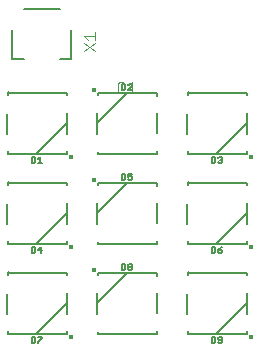
<source format=gbr>
G04 EAGLE Gerber RS-274X export*
G75*
%MOMM*%
%FSLAX34Y34*%
%LPD*%
%INSilkscreen Top*%
%IPPOS*%
%AMOC8*
5,1,8,0,0,1.08239X$1,22.5*%
G01*
%ADD10C,0.203200*%
%ADD11C,0.406400*%
%ADD12C,0.127000*%
%ADD13C,0.076200*%
%ADD14C,0.152400*%


D10*
X51308Y252222D02*
X51308Y254762D01*
X51816Y254762D01*
X51816Y254711D01*
X101321Y254711D01*
X101321Y252400D01*
X51105Y205410D02*
X51105Y202692D01*
X51613Y202692D01*
X51613Y202667D01*
X101295Y202667D01*
X101295Y204927D01*
X50800Y219710D02*
X50800Y236728D01*
X101600Y237236D02*
X101600Y228600D01*
X101600Y219964D01*
X101600Y228600D02*
X76200Y203200D01*
D11*
X104775Y200025D03*
D12*
X71222Y200029D02*
X71222Y195199D01*
X73637Y195199D01*
X74442Y196004D01*
X74442Y199224D01*
X73637Y200029D01*
X71222Y200029D01*
X76835Y198419D02*
X78445Y200029D01*
X78445Y195199D01*
X76835Y195199D02*
X80055Y195199D01*
D10*
X177292Y202438D02*
X177292Y204978D01*
X177292Y202438D02*
X176784Y202438D01*
X176784Y202489D01*
X127279Y202489D01*
X127279Y204800D01*
X177495Y251790D02*
X177495Y254508D01*
X176987Y254508D01*
X176987Y254533D01*
X127305Y254533D01*
X127305Y252273D01*
X177800Y237490D02*
X177800Y220472D01*
X127000Y219964D02*
X127000Y228600D01*
X127000Y237236D01*
X127000Y228600D02*
X152400Y254000D01*
D11*
X123825Y257175D03*
D12*
X147422Y257175D02*
X147422Y262005D01*
X147422Y257175D02*
X149837Y257175D01*
X150642Y257980D01*
X150642Y261200D01*
X149837Y262005D01*
X147422Y262005D01*
X153035Y257175D02*
X156255Y257175D01*
X153035Y257175D02*
X156255Y260395D01*
X156255Y261200D01*
X155450Y262005D01*
X153840Y262005D01*
X153035Y261200D01*
D10*
X203708Y254762D02*
X203708Y252222D01*
X203708Y254762D02*
X204216Y254762D01*
X204216Y254711D01*
X253721Y254711D01*
X253721Y252400D01*
X203505Y205410D02*
X203505Y202692D01*
X204013Y202692D01*
X204013Y202667D01*
X253695Y202667D01*
X253695Y204927D01*
X203200Y219710D02*
X203200Y236728D01*
X254000Y237236D02*
X254000Y228600D01*
X254000Y219964D01*
X254000Y228600D02*
X228600Y203200D01*
D11*
X257175Y200025D03*
D12*
X223622Y200029D02*
X223622Y195199D01*
X226037Y195199D01*
X226842Y196004D01*
X226842Y199224D01*
X226037Y200029D01*
X223622Y200029D01*
X229235Y199224D02*
X230040Y200029D01*
X231650Y200029D01*
X232455Y199224D01*
X232455Y198419D01*
X231650Y197614D01*
X230845Y197614D01*
X231650Y197614D02*
X232455Y196809D01*
X232455Y196004D01*
X231650Y195199D01*
X230040Y195199D01*
X229235Y196004D01*
D10*
X51308Y178562D02*
X51308Y176022D01*
X51308Y178562D02*
X51816Y178562D01*
X51816Y178511D01*
X101321Y178511D01*
X101321Y176200D01*
X51105Y129210D02*
X51105Y126492D01*
X51613Y126492D01*
X51613Y126467D01*
X101295Y126467D01*
X101295Y128727D01*
X50800Y143510D02*
X50800Y160528D01*
X101600Y161036D02*
X101600Y152400D01*
X101600Y143764D01*
X101600Y152400D02*
X76200Y127000D01*
D11*
X104775Y123825D03*
D12*
X71222Y123829D02*
X71222Y118999D01*
X73637Y118999D01*
X74442Y119804D01*
X74442Y123024D01*
X73637Y123829D01*
X71222Y123829D01*
X79250Y123829D02*
X79250Y118999D01*
X76835Y121414D02*
X79250Y123829D01*
X80055Y121414D02*
X76835Y121414D01*
D10*
X177292Y126238D02*
X177292Y128778D01*
X177292Y126238D02*
X176784Y126238D01*
X176784Y126289D01*
X127279Y126289D01*
X127279Y128600D01*
X177495Y175590D02*
X177495Y178308D01*
X176987Y178308D01*
X176987Y178333D01*
X127305Y178333D01*
X127305Y176073D01*
X177800Y161290D02*
X177800Y144272D01*
X127000Y143764D02*
X127000Y152400D01*
X127000Y161036D01*
X127000Y152400D02*
X152400Y177800D01*
D11*
X123825Y180975D03*
D12*
X147422Y180975D02*
X147422Y185805D01*
X147422Y180975D02*
X149837Y180975D01*
X150642Y181780D01*
X150642Y185000D01*
X149837Y185805D01*
X147422Y185805D01*
X153035Y185805D02*
X156255Y185805D01*
X153035Y185805D02*
X153035Y183390D01*
X154645Y184195D01*
X155450Y184195D01*
X156255Y183390D01*
X156255Y181780D01*
X155450Y180975D01*
X153840Y180975D01*
X153035Y181780D01*
D10*
X203708Y178562D02*
X203708Y176022D01*
X203708Y178562D02*
X204216Y178562D01*
X204216Y178511D01*
X253721Y178511D01*
X253721Y176200D01*
X203505Y129210D02*
X203505Y126492D01*
X204013Y126492D01*
X204013Y126467D01*
X253695Y126467D01*
X253695Y128727D01*
X203200Y143510D02*
X203200Y160528D01*
X254000Y161036D02*
X254000Y152400D01*
X254000Y143764D01*
X254000Y152400D02*
X228600Y127000D01*
D11*
X257175Y123825D03*
D12*
X223622Y123829D02*
X223622Y118999D01*
X226037Y118999D01*
X226842Y119804D01*
X226842Y123024D01*
X226037Y123829D01*
X223622Y123829D01*
X230845Y123024D02*
X232455Y123829D01*
X230845Y123024D02*
X229235Y121414D01*
X229235Y119804D01*
X230040Y118999D01*
X231650Y118999D01*
X232455Y119804D01*
X232455Y120609D01*
X231650Y121414D01*
X229235Y121414D01*
D10*
X51308Y102362D02*
X51308Y99822D01*
X51308Y102362D02*
X51816Y102362D01*
X51816Y102311D01*
X101321Y102311D01*
X101321Y100000D01*
X51105Y53010D02*
X51105Y50292D01*
X51613Y50292D01*
X51613Y50267D01*
X101295Y50267D01*
X101295Y52527D01*
X50800Y67310D02*
X50800Y84328D01*
X101600Y84836D02*
X101600Y76200D01*
X101600Y67564D01*
X101600Y76200D02*
X76200Y50800D01*
D11*
X104775Y47625D03*
D12*
X71222Y47629D02*
X71222Y42799D01*
X73637Y42799D01*
X74442Y43604D01*
X74442Y46824D01*
X73637Y47629D01*
X71222Y47629D01*
X76835Y47629D02*
X80055Y47629D01*
X80055Y46824D01*
X76835Y43604D01*
X76835Y42799D01*
D10*
X177292Y50038D02*
X177292Y52578D01*
X177292Y50038D02*
X176784Y50038D01*
X176784Y50089D01*
X127279Y50089D01*
X127279Y52400D01*
X177495Y99390D02*
X177495Y102108D01*
X176987Y102108D01*
X176987Y102133D01*
X127305Y102133D01*
X127305Y99873D01*
X177800Y85090D02*
X177800Y68072D01*
X127000Y67564D02*
X127000Y76200D01*
X127000Y84836D01*
X127000Y76200D02*
X152400Y101600D01*
D11*
X123825Y104775D03*
D12*
X147422Y104775D02*
X147422Y109605D01*
X147422Y104775D02*
X149837Y104775D01*
X150642Y105580D01*
X150642Y108800D01*
X149837Y109605D01*
X147422Y109605D01*
X153035Y108800D02*
X153840Y109605D01*
X155450Y109605D01*
X156255Y108800D01*
X156255Y107995D01*
X155450Y107190D01*
X156255Y106385D01*
X156255Y105580D01*
X155450Y104775D01*
X153840Y104775D01*
X153035Y105580D01*
X153035Y106385D01*
X153840Y107190D01*
X153035Y107995D01*
X153035Y108800D01*
X153840Y107190D02*
X155450Y107190D01*
D10*
X203708Y102362D02*
X203708Y99822D01*
X203708Y102362D02*
X204216Y102362D01*
X204216Y102311D01*
X253721Y102311D01*
X253721Y100000D01*
X203505Y53010D02*
X203505Y50292D01*
X204013Y50292D01*
X204013Y50267D01*
X253695Y50267D01*
X253695Y52527D01*
X203200Y67310D02*
X203200Y84328D01*
X254000Y84836D02*
X254000Y76200D01*
X254000Y67564D01*
X254000Y76200D02*
X228600Y50800D01*
D11*
X257175Y47625D03*
D12*
X223622Y47629D02*
X223622Y42799D01*
X226037Y42799D01*
X226842Y43604D01*
X226842Y46824D01*
X226037Y47629D01*
X223622Y47629D01*
X229235Y43604D02*
X230040Y42799D01*
X231650Y42799D01*
X232455Y43604D01*
X232455Y46824D01*
X231650Y47629D01*
X230040Y47629D01*
X229235Y46824D01*
X229235Y46019D01*
X230040Y45214D01*
X232455Y45214D01*
D13*
X150341Y262359D02*
X148774Y263927D01*
X145638Y263927D01*
X144071Y262359D01*
X144071Y256089D01*
X145638Y254521D01*
X148774Y254521D01*
X150341Y256089D01*
X153426Y260792D02*
X156561Y263927D01*
X156561Y254521D01*
X153426Y254521D02*
X159697Y254521D01*
D14*
X95000Y325750D02*
X65000Y325750D01*
X105000Y308000D02*
X105000Y283250D01*
X95000Y283250D01*
X65000Y283250D02*
X55000Y283250D01*
X55000Y308000D01*
D13*
X115773Y290076D02*
X125179Y296347D01*
X125179Y290076D02*
X115773Y296347D01*
X118908Y299431D02*
X115773Y302566D01*
X125179Y302566D01*
X125179Y299431D02*
X125179Y305702D01*
M02*

</source>
